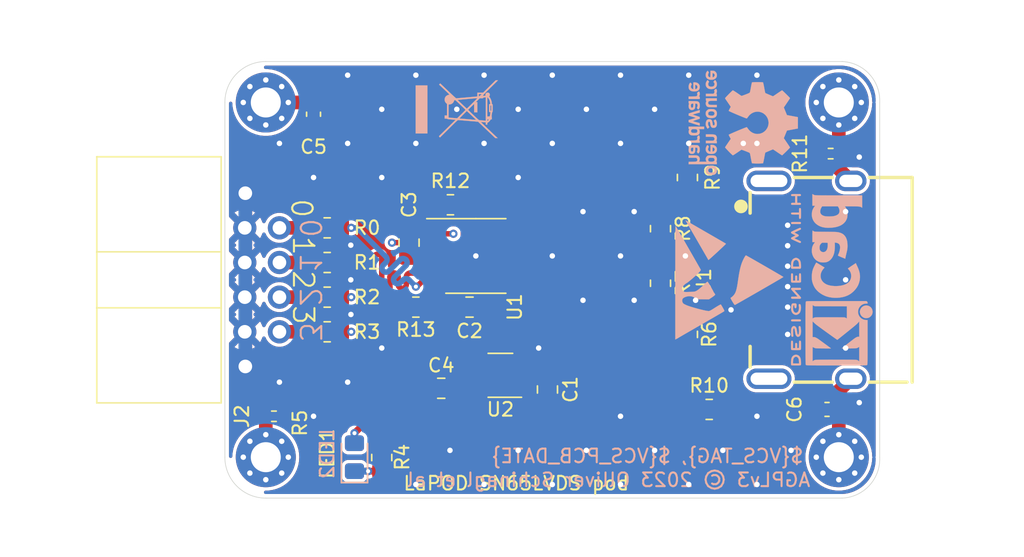
<source format=kicad_pcb>
(kicad_pcb (version 20221018) (generator pcbnew)
  (title_block (title "LaPOD SN65LVDS pod") (company "Sergey Petrukhin, Peter Lampe, Nikki Smith & Olliver Schinagl") (comment 1 "AGPLv3 © 2023 Olliver Schinagl et al"))
  (layers (0 "F.Cu" signal) (1 "In1.Cu" signal) (2 "In2.Cu" signal) (31 "B.Cu" signal) (34 "B.Paste" user) (35 "F.Paste" user) (36 "B.SilkS" user "B.Silkscreen") (37 "F.SilkS" user "F.Silkscreen") (38 "B.Mask" user) (39 "F.Mask" user) (44 "Edge.Cuts" user))
  (net 0 "")
  (net 1 "Earth")
  (net 2 "+2V5")
  (net 3 "-2V5")
  (net 4 "+3V3")
  (net 6 "Net-(LED1-K)")
  (net 7 "Net-(J2-Pin_1)")
  (net 8 "Net-(J2-Pin_3)")
  (net 9 "Net-(J2-Pin_5)")
  (net 10 "Net-(J2-Pin_7)")
  (net 11 "IN0")
  (net 12 "IN1")
  (net 13 "IN2")
  (net 14 "IN3")
  (net 15 "OUT0-")
  (net 16 "OUT0+")
  (net 17 "OUT1-")
  (net 18 "OUT1+")
  (net 19 "OUT2-")
  (net 20 "OUT2+")
  (net 21 "OUT3-")
  (net 22 "OUT3+")
  (net 23 "+4V")
  (net 25 "GND")
  (net 26 "Net-(J1-HPD)")
  (net 27 "Net-(U1-EN1,2)")
  (net 28 "Net-(U1-EN3,4)")
  (footprint "Resistor_SMD:R_0402_1005Metric_Pad0.72x0.64mm_HandSolder" (layer "F.Cu") (at 84.5975 70 180)
    (fp_text reference "R5")
    (fp_text value "300 Ω" hide)
  )
  (footprint "Resistor_SMD:R_0805_2012Metric_Pad1.20x1.40mm_HandSolder" (layer "F.Cu") (at 116.5 69.5)
    (fp_text reference "R10")
    (fp_text value "1 kΩ" hide)
  )
  (footprint "Capacitor_SMD:C_0805_2012Metric_Pad1.18x1.45mm_HandSolder" (layer "F.Cu") (at 98.933946 62)
    (fp_text reference "C2")
    (fp_text value "100 nF" hide)
  )
  (footprint "MountingHole:MountingHole_2.2mm_M2_Pad_Via" (layer "F.Cu") (at 126 73 -90)
    (fp_text reference "H2" hide)
    (fp_text value "MountingHole_Pad" hide)
  )
  (footprint "Resistor_SMD:R_0805_2012Metric_Pad1.20x1.40mm_HandSolder" (layer "F.Cu") (at 92.5 73.025 90)
    (fp_text reference "R4")
    (fp_text value "1 kΩ" hide)
  )
  (footprint "Resistor_SMD:R_0805_2012Metric_Pad1.20x1.40mm_HandSolder" (layer "F.Cu") (at 88.5 61.27 180)
    (fp_text reference "R2")
    (fp_text value "100 Ω" hide)
  )
  (footprint "Resistor_SMD:R_0805_2012Metric_Pad1.20x1.40mm_HandSolder" (layer "F.Cu") (at 88.5 58.73 180)
    (fp_text reference "R1")
    (fp_text value "100 Ω" hide)
  )
  (footprint "Capacitor_SMD:C_0603_1608Metric_Pad1.08x0.95mm_HandSolder" (layer "F.Cu") (at 87.5 47.8625 90)
    (fp_text reference "C5")
    (fp_text value "100 nF" hide)
  )
  (footprint "Capacitor_SMD:C_0805_2012Metric_Pad1.18x1.45mm_HandSolder" (layer "F.Cu") (at 94.5 57.275 90)
    (fp_text reference "C3")
    (fp_text value "10 nF" hide)
  )
  (footprint "Resistor_SMD:R_0805_2012Metric_Pad1.20x1.40mm_HandSolder" (layer "F.Cu") (at 88.5 63.81 180)
    (fp_text reference "R3")
    (fp_text value "100 Ω" hide)
  )
  (footprint "Resistor_SMD:R_0805_2012Metric_Pad1.20x1.40mm_HandSolder" (layer "F.Cu") (at 97.533946 54.5 180)
    (fp_text reference "R12")
    (fp_text value "1 kΩ" hide)
  )
  (footprint "Resistor_SMD:R_0805_2012Metric_Pad1.20x1.40mm_HandSolder" (layer "F.Cu") (at 112.930846 56.25 90)
    (fp_text reference "R8")
    (fp_text value "100 Ω" hide)
  )
  (footprint "Capacitor_SMD:C_0603_1608Metric_Pad1.08x0.95mm_HandSolder" (layer "F.Cu") (at 125.1375 69.5)
    (fp_text reference "C6")
    (fp_text value "100 nF" hide)
  )
  (footprint "MountingHole:MountingHole_2.2mm_M2_Pad_Via" (layer "F.Cu") (at 84 73 -90)
    (fp_text reference "H4" hide)
    (fp_text value "MountingHole_Pad" hide)
  )
  (footprint "Resistor_SMD:R_0805_2012Metric_Pad1.20x1.40mm_HandSolder" (layer "F.Cu") (at 112.930846 60.25 90)
    (fp_text reference "R7")
    (fp_text value "100 Ω" hide)
  )
  (footprint "Capacitor_SMD:C_0805_2012Metric_Pad1.18x1.45mm_HandSolder" (layer "F.Cu") (at 96.858946 67.95)
    (fp_text reference "C4")
    (fp_text value "1 μF" hide)
  )
  (footprint "Resistor_SMD:R_0805_2012Metric_Pad1.20x1.40mm_HandSolder" (layer "F.Cu") (at 95 62 180)
    (fp_text reference "R13")
    (fp_text value "1 kΩ" hide)
  )
  (footprint "LCSC:HDMI-SMD_HDMI-19PIN-043" (layer "F.Cu") (at 123.5 60 90)
    (fp_text reference "J1")
    (fp_text value "HDMI_A")
  )
  (footprint "Resistor_SMD:R_0805_2012Metric_Pad1.20x1.40mm_HandSolder" (layer "F.Cu") (at 114.904846 64 90)
    (fp_text reference "R6")
    (fp_text value "100 Ω" hide)
  )
  (footprint "Resistor_SMD:R_0805_2012Metric_Pad1.20x1.40mm_HandSolder" (layer "F.Cu") (at 114.904846 52.5 90)
    (fp_text reference "R9")
    (fp_text value "100 Ω" hide)
  )
  (footprint "Package_SO:TSSOP-16_4.4x5mm_P0.65mm" (layer "F.Cu") (at 99.396446 58.25)
    (fp_text reference "U1")
    (fp_text value "SN65LVDS391PWR")
  )
  (footprint "LED_SMD:LED_0805_2012Metric_Pad1.15x1.40mm_HandSolder" (layer "F.Cu") (at 90.5 73 90)
    (fp_text reference "LED1")
    (fp_text value "Red")
  )
  (footprint "MountingHole:MountingHole_2.2mm_M2_Pad_Via" (layer "F.Cu") (at 84 47 -90)
    (fp_text reference "H3" hide)
    (fp_text value "MountingHole_Pad" hide)
  )
  (footprint "Package_TO_SOT_SMD:SOT-23-5_HandSoldering" (layer "F.Cu") (at 101.196446 67 180)
    (fp_text reference "U2")
    (fp_text value "TLV74325PDBVR")
  )
  (footprint "Resistor_SMD:R_0805_2012Metric_Pad1.20x1.40mm_HandSolder" (layer "F.Cu") (at 88.5 56.19 180)
    (fp_text reference "R0")
    (fp_text value "100 Ω" hide)
  )
  (footprint "MountingHole:MountingHole_2.2mm_M2_Pad_Via" (layer "F.Cu") (at 126 47 -90)
    (fp_text reference "H1" hide)
    (fp_text value "MountingHole_Pad" hide)
  )
  (footprint "Capacitor_SMD:C_0805_2012Metric_Pad1.18x1.45mm_HandSolder" (layer "F.Cu") (at 104.646446 68.0375 -90)
    (fp_text reference "C1")
    (fp_text value "1 μF" hide)
  )
  (footprint "Resistor_SMD:R_0402_1005Metric_Pad0.72x0.64mm_HandSolder" (layer "F.Cu") (at 125.4025 50.75)
    (fp_text reference "R11")
    (fp_text value "300 Ω" hide)
  )
  (footprint "Connector_IDC:IDC-Header_2x04_P2.54mm_Horizontal" (layer "F.Cu") (at 85 63.81 180)
    (fp_text reference "J2")
    (fp_text value "Conn_02x04_Odd_Even")
  )
  (footprint "LED_SMD:LED_0805_2012Metric_Pad1.15x1.40mm_HandSolder" (layer "B.Cu") (at 90.5 73 90)
    (fp_text reference "LED2")
    (fp_text value "Red")
  )
  (footprint "Symbol:ESD-Logo_8.9x8mm_SilkScreen" (layer "B.Cu") (at 118 60 90)
    (fp_text reference "LG1" hide)
    (fp_text value "ESD-Logo_8.9x8mm_SilkScreen" hide)
  )
  (footprint "Symbol:WEEE-Logo_4.2x6mm_SilkScreen" (layer "B.Cu") (at 98 47.5 90)
    (fp_text reference "LG4" hide)
    (fp_text value "WEEE-Logo_4.2x6mm_SilkScreen" hide)
  )
  (footprint "Symbol:OSHW-Logo_7.5x8mm_SilkScreen" (layer "B.Cu") (at 119 48.5 90)
    (fp_text reference "LG3" hide)
    (fp_text value "OSHW-Logo_7.5x8mm_SilkScreen" hide)
  )
  (footprint "Symbol:KiCad-Logo2_5mm_SilkScreen" (layer "B.Cu") (at 125.5 60 90)
    (fp_text reference "LG2" hide)
    (fp_text value "KiCad-Logo2_5mm_SilkScreen" hide)
  )
  (gr_line (start 129 47) (end 129 73) (stroke (width 0.05)) (layer "Edge.Cuts"))
  (gr_arc (start 81 47) (mid 81.878679 44.878679) (end 84 44) (stroke (width 0.05)) (layer "Edge.Cuts"))
  (gr_line (start 126.25 76) (end 84 76) (stroke (width 0.05)) (layer "Edge.Cuts"))
  (gr_line (start 81 47) (end 81 73) (stroke (width 0.05)) (layer "Edge.Cuts"))
  (gr_arc (start 126.25 44) (mid 128.246317 44.930457) (end 129 47) (stroke (width 0.05)) (layer "Edge.Cuts"))
  (gr_arc (start 84 76) (mid 81.878677 75.121322) (end 81 73) (stroke (width 0.05)) (layer "Edge.Cuts"))
  (gr_arc (start 129 73) (mid 128.246319 75.069543) (end 126.25 76) (stroke (width 0.05)) (layer "Edge.Cuts"))
  (gr_line (start 84 44) (end 126.25 44) (stroke (width 0.05)) (layer "Edge.Cuts"))
  (gr_text "${COMMENT1}" (at 124 75.25) (layer "B.SilkS") (effects (font (size 1 1)) (justify left bottom mirror)))
  (gr_text "${VCS_TAG}, ${VCS_PCB_DATE}" (at 123.5 73.5) (layer "B.SilkS") (effects (font (size 1 1)) (justify left bottom mirror)))
  (gr_text "${TITLE}" (at 94 75.5) (layer "F.SilkS") (effects (font (size 1 1)) (justify left bottom)))
  (segment (start 84 73) (end 84 70) (width 1) (layer "F.Cu") (net 1))
  (segment (start 126 46) (end 126 51.87) (width 1) (layer "F.Cu") (net 1))
  (segment (start 126 51.87) (end 126.88 52.75) (width 1) (layer "F.Cu") (net 1))
  (segment (start 84 47) (end 87.5 47) (width 1) (layer "F.Cu") (net 1))
  (segment (start 126 68.13) (end 126 73) (width 1) (layer "F.Cu") (net 1))
  (segment (start 126 68.13) (end 126.88 67.25) (width 1) (layer "F.Cu") (net 1))
  (segment (start 117.5 69.5) (end 117.5 67.756396) (width 0.25) (layer "F.Cu") (net 3))
  (segment (start 121.77962 62.75) (end 121.52962 62.5) (width 0.25) (layer "F.Cu") (net 3))
  (segment (start 122.5 62.75) (end 121.77962 62.75) (width 0.25) (layer "F.Cu") (net 3))
  (segment (start 122.5 65.5) (end 123.25 64.75) (width 0.25) (layer "F.Cu") (net 3))
  (segment (start 117.5 67.756396) (end 119.756396 65.5) (width 0.25) (layer "F.Cu") (net 3))
  (segment (start 123.25 64.75) (end 123.25 63.5) (width 0.25) (layer "F.Cu") (net 3))
  (segment (start 121.52962 62.5) (end 120.12 62.5) (width 0.25) (layer "F.Cu") (net 3))
  (segment (start 119.756396 65.5) (end 122.5 65.5) (width 0.25) (layer "F.Cu") (net 3))
  (segment (start 123.25 63.5) (end 122.5 62.75) (width 0.25) (layer "F.Cu") (net 3))
  (segment (start 96.533946 57.925) (end 97.821446 57.925) (width 0.4) (layer "F.Cu") (net 4))
  (segment (start 98.533946 54.5) (end 98.533946 57.129571) (width 0.5) (layer "F.Cu") (net 4))
  (segment (start 97.896446 57.767071) (end 97.896446 62) (width 0.5) (layer "F.Cu") (net 4))
  (segment (start 94.8875 57.925) (end 94.5 58.3125) (width 0.4) (layer "F.Cu") (net 4))
  (segment (start 99.846446 67.95) (end 97.896446 67.95) (width 0.5) (layer "F.Cu") (net 4))
  (segment (start 96.533946 57.925) (end 94.8875 57.925) (width 0.4) (layer "F.Cu") (net 4))
  (segment (start 98.533946 57.129571) (end 97.896446 57.767071) (width 0.5) (layer "F.Cu") (net 4))
  (segment (start 97.896446 67.95) (end 97.896446 62) (width 0.5) (layer "F.Cu") (net 4))
  (segment (start 91.5 74.025) (end 92.5 74.025) (width 0.5) (layer "F.Cu") (net 6))
  (segment (start 90.5 74.025) (end 91.5 74.025) (width 0.5) (layer "F.Cu") (net 6))
  (via (at 91.5 74.025) (size 0.6) (drill 0.3) (layers "F.Cu" "B.Cu") (net 6))
  (segment (start 91.5 74.025) (end 90.5 74.025) (width 0.5) (layer "B.Cu") (net 6))
  (segment (start 85 63.81) (end 87.5 63.81) (width 1) (layer "F.Cu") (net 7))
  (segment (start 87.5 61.27) (end 85 61.27) (width 1) (layer "F.Cu") (net 8))
  (segment (start 85 58.73) (end 87.5 58.73) (width 1) (layer "F.Cu") (net 9))
  (segment (start 85 56.19) (end 87.5 56.19) (width 1) (layer "F.Cu") (net 10))
  (segment (start 96.533946 59.875) (end 95.698528 59.875) (width 0.4) (layer "F.Cu") (net 11))
  (segment (start 89.5 56.19) (end 90.262 56.19) (width 0.4) (layer "F.Cu") (net 11))
  (segment (start 95.698528 59.875) (end 95.073528 60.5) (width 0.4) (layer "F.Cu") (net 11))
  (segment (start 95.073528 60.5) (end 95 60.5) (width 0.4) (layer "F.Cu") (net 11))
  (via (at 95 60.5) (size 0.6) (drill 0.3) (layers "F.Cu" "B.Cu") (net 11))
  (via (at 90.262 56.19) (size 0.6) (drill 0.3) (layers "F.Cu" "B.Cu") (net 11))
  (segment (start 94.075735 59.999999) (end 94.075734 59.999999) (width 0.4) (layer "B.Cu") (net 11))
  (segment (start 94.275608 58.527331) (end 94.275606 58.527329) (width 0.4) (layer "B.Cu") (net 11))
  (segment (start 92.802939 58.302939) (end 90.69 56.19) (width 0.4) (layer "B.Cu") (net 11))
  (segment (start 93.439335 58.939335) (end 93.027361 59.351308) (width 0.4) (layer "B.Cu") (net 11))
  (segment (start 93.863602 59.363602) (end 94.275608 58.951595) (width 0.4) (layer "B.Cu") (net 11))
  (segment (start 93.45162 59.775582) (end 93.651467 59.575732) (width 0.4) (layer "B.Cu") (net 11))
  (segment (start 95 60.5) (end 94.5 60) (width 0.4) (layer "B.Cu") (net 11))
  (segment (start 93.863599 59.3636) (end 93.863602 59.363602) (width 0.4) (layer "B.Cu") (net 11))
  (segment (start 92.603096 58.927043) (end 92.802938 58.727202) (width 0.4) (layer "B.Cu") (net 11))
  (segment (start 93.851342 58.527329) (end 93.439335 58.939335) (width 0.4) (layer "B.Cu") (net 11))
  (segment (start 94.075734 59.999999) (end 93.875886 60.199848) (width 0.4) (layer "B.Cu") (net 11))
  (segment (start 90.69 56.19) (end 90.262 56.19) (width 0.4) (layer "B.Cu") (net 11))
  (segment (start 92.802938 58.302938) (end 92.802939 58.302939) (width 0.4) (layer "B.Cu") (net 11))
  (segment (start 93.651467 59.575732) (end 93.863599 59.3636) (width 0.4) (layer "B.Cu") (net 11))
  (segment (start 93.451622 60.199848) (end 93.45162 60.199846) (width 0.4) (layer "B.Cu") (net 11))
  (segment (start 92.603097 59.351308) (end 92.603096 59.351307) (width 0.4) (layer "B.Cu") (net 11))
  (arc (start 94.5 60) (mid 94.287867 59.91213) (end 94.075735 59.999999) (width 0.4) (layer "B.Cu") (net 11))
  (arc (start 94.275606 58.527329) (mid 94.063474 58.439461) (end 93.851342 58.527329) (width 0.4) (layer "B.Cu") (net 11))
  (arc (start 94.275608 58.951595) (mid 94.363476 58.739463) (end 94.275608 58.527331) (width 0.4) (layer "B.Cu") (net 11))
  (arc (start 93.027361 59.351308) (mid 92.815229 59.439176) (end 92.603097 59.351308) (width 0.4) (layer "B.Cu") (net 11))
  (arc (start 93.875886 60.199848) (mid 93.663754 60.287716) (end 93.451622 60.199848) (width 0.4) (layer "B.Cu") (net 11))
  (arc (start 92.603096 59.351307) (mid 92.515228 59.139175) (end 92.603096 58.927043) (width 0.4) (layer "B.Cu") (net 11))
  (arc (start 92.802938 58.727202) (mid 92.890806 58.51507) (end 92.802938 58.302938) (width 0.4) (layer "B.Cu") (net 11))
  (arc (start 93.45162 60.199846) (mid 93.363752 59.987714) (end 93.45162 59.775582) (width 0.4) (layer "B.Cu") (net 11))
  (segment (start 93.1 60.576504) (end 93.1 59.8) (width 0.4) (layer "F.Cu") (net 12))
  (segment (start 91.9 60.576504) (end 91.9 59.8) (width 0.4) (layer "F.Cu") (net 12))
  (segment (start 91.3 59.8) (end 91.3 60.576504) (width 0.4) (layer "F.Cu") (net 12))
  (segment (start 93.7 59.8) (end 93.7 60.326515) (width 0.4) (layer "F.Cu") (net 12))
  (segment (start 91.9 59.8) (end 91.9 58.423496) (width 0.4) (layer "F.Cu") (net 12))
  (segment (start 94.3 60.326515) (end 94.3 59.8) (width 0.4) (layer "F.Cu") (net 12))
  (segment (start 95.051166 59.5) (end 95.326166 59.225) (width 0.4) (layer "F.Cu") (net 12))
  (segment (start 94.6 59.5) (end 94.785619 59.5) (width 0.4) (layer "F.Cu") (net 12))
  (segment (start 95.326166 59.225) (end 96.533946 59.225) (width 0.4) (layer "F.Cu") (net 12))
  (segment (start 92.5 58.423496) (end 92.5 59.5) (width 0.4) (layer "F.Cu") (net 12))
  (segment (start 89.5 58.73) (end 90.23 58.73) (width 0.4) (layer "F.Cu") (net 12))
  (segment (start 90.23 58.73) (end 91 59.5) (width 0.4) (layer "F.Cu") (net 12))
  (segment (start 92.5 59.5) (end 92.5 60.576504) (width 0.4) (layer "F.Cu") (net 12))
  (segment (start 94.785619 59.5) (end 95.051166 59.5) (width 0.4) (layer "F.Cu") (net 12))
  (arc (start 93.7 60.326515) (mid 93.787868 60.538647) (end 94 60.626515) (width 0.4) (layer "F.Cu") (net 12))
  (arc (start 94.3 59.8) (mid 94.387868 59.587868) (end 94.6 59.5) (width 0.4) (layer "F.Cu") (net 12))
  (arc (start 92.8 60.876504) (mid 93.012132 60.788636) (end 93.1 60.576504) (width 0.4) (layer "F.Cu") (net 12))
  (arc (start 92.2 58.123496) (mid 92.412132 58.211364) (end 92.5 58.423496) (width 0.4) (layer "F.Cu") (net 12))
  (arc (start 91.3 60.576504) (mid 91.387868 60.788636) (end 91.6 60.876504) (width 0.4) (layer "F.Cu") (net 12))
  (arc (start 94 60.626515) (mid 94.212132 60.538647) (end 94.3 60.326515) (width 0.4) (layer "F.Cu") (net 12))
  (arc (start 91 59.5) (mid 91.212132 59.587868) (end 91.3 59.8) (width 0.4) (layer "F.Cu") (net 12))
  (arc (start 93.1 59.8) (mid 93.187868 59.587868) (end 93.4 59.5) (width 0.4) (layer "F.Cu") (net 12))
  (arc (start 93.4 59.5) (mid 93.612132 59.587868) (end 93.7 59.8) (width 0.4) (layer "F.Cu") (net 12))
  (arc (start 91.9 58.423496) (mid 91.987868 58.211364) (end 92.2 58.123496) (width 0.4) (layer "F.Cu") (net 12))
  (arc (start 92.5 60.576504) (mid 92.587868 60.788636) (end 92.8 60.876504) (width 0.4) (layer "F.Cu") (net 12))
  (arc (start 91.6 60.876504) (mid 91.812132 60.788636) (end 91.9 60.576504) (width 0.4) (layer "F.Cu") (net 12))
  (segment (start 89.5 61.27) (end 90.262 61.27) (width 0.4) (layer "F.Cu") (net 13))
  (segment (start 96.533946 57.275) (end 93.25 57.275) (width 0.4) (layer "F.Cu") (net 13))
  (via (at 93.25 57.275) (size 0.6) (drill 0.3) (layers "F.Cu" "B.Cu") (net 13))
  (via (at 90.262 61.27) (size 0.6) (drill 0.3) (layers "F.Cu" "B.Cu") (net 13))
  (segment (start 97.75 56.625) (end 96.533946 56.625) (width 0.4) (layer "F.Cu") (net 14))
  (segment (start 89.5 63.81) (end 90.262 63.81) (width 0.4) (layer "F.Cu") (net 14))
  (via (at 97.75 56.625) (size 0.6) (drill 0.3) (layers "F.Cu" "B.Cu") (net 14))
  (via (at 90.262 63.81) (size 0.6) (drill 0.3) (layers "F.Cu" "B.Cu") (net 14))
  (segment (start 103.742892 60.45) (end 103.440197 60.45) (width 0.25) (layer "F.Cu") (net 15))
  (segment (start 103.440197 60.45) (end 103.365197 60.525) (width 0.25) (layer "F.Cu") (net 15))
  (segment (start 114.154846 64.25) (end 107.542892 64.25) (width 0.25) (layer "F.Cu") (net 15))
  (segment (start 117.9072 60.75) (end 118.25 60.75) (width 0.25) (layer "F.Cu") (net 15))
  (segment (start 115.654846 64.25) (end 116.186 64.25) (width 0.25) (layer "F.Cu") (net 15))
  (segment (start 118.5 61) (end 120.12 61) (width 0.25) (layer "F.Cu") (net 15))
  (segment (start 118.25 60.75) (end 118.5 61) (width 0.25) (layer "F.Cu") (net 15))
  (segment (start 107.542892 64.25) (end 103.742892 60.45) (width 0.25) (layer "F.Cu") (net 15))
  (segment (start 116.186 64.25) (end 117.254846 63.181154) (width 0.25) (layer "F.Cu") (net 15))
  (segment (start 117.254846 61.402354) (end 117.9072 60.75) (width 0.25) (layer "F.Cu") (net 15))
  (segment (start 103.365197 60.525) (end 102.258946 60.525) (width 0.25) (layer "F.Cu") (net 15))
  (segment (start 114.904846 65) (end 114.154846 64.25) (width 0.25) (layer "F.Cu") (net 15))
  (segment (start 117.254846 63.181154) (end 117.254846 61.402354) (width 0.25) (layer "F.Cu") (net 15))
  (segment (start 114.904846 65) (end 115.654846 64.25) (width 0.25) (layer "F.Cu") (net 15))
  (segment (start 113.25 63.75) (end 107.75 63.75) (width 0.25) (layer "F.Cu") (net 16))
  (segment (start 115.979 63.75) (end 116.754846 62.974154) (width 0.25) (layer "F.Cu") (net 16))
  (segment (start 117.700092 60.25) (end 118.25 60.25) (width 0.25) (layer "F.Cu") (net 16))
  (segment (start 116.754846 62.974154) (end 116.754846 61.195246) (width 0.25) (layer "F.Cu") (net 16))
  (segment (start 103.95 59.95) (end 103.440197 59.95) (width 0.25) (layer "F.Cu") (net 16))
  (segment (start 115.654846 63.75) (end 115.979 63.75) (width 0.25) (layer "F.Cu") (net 16))
  (segment (start 114.154846 63.75) (end 113.25 63.75) (width 0.25) (layer "F.Cu") (net 16))
  (segment (start 118.5 60) (end 120.12 60) (width 0.25) (layer "F.Cu") (net 16))
  (segment (start 114.904846 63) (end 115.654846 63.75) (width 0.25) (layer "F.Cu") (net 16))
  (segment (start 114.904846 63) (end 114.154846 63.75) (width 0.25) (layer "F.Cu") (net 16))
  (segment (start 107.75 63.75) (end 103.95 59.95) (width 0.25) (layer "F.Cu") (net 16))
  (segment (start 118.25 60.25) (end 118.5 60) (width 0.25) (layer "F.Cu") (net 16))
  (segment (start 103.365197 59.875) (end 102.258946 59.875) (width 0.25) (layer "F.Cu") (net 16))
  (segment (start 116.754846 61.195246) (end 117.700092 60.25) (width 0.25) (layer "F.Cu") (net 16))
  (segment (start 103.440197 59.95) (end 103.365197 59.875) (width 0.25) (layer "F.Cu") (net 16))
  (segment (start 103.365197 59.225) (end 103.440197 59.15) (width 0.25) (layer "F.Cu") (net 17))
  (segment (start 118.5 59.5) (end 118.25 59.25) (width 0.25) (layer "F.Cu") (net 17))
  (segment (start 108.325 60.725) (end 108.325 61.677147) (width 0.25) (layer "F.Cu") (net 17))
  (segment (start 110.75 60.5) (end 112.180846 60.5) (width 0.25) (layer "F.Cu") (net 17))
  (segment (start 103.440197 59.15) (end 103.942892 59.15) (width 0.25) (layer "F.Cu") (net 17))
  (segment (start 113.680846 60.5) (end 112.930846 61.25) (width 0.25) (layer "F.Cu") (net 17))
  (segment (start 102.258946 59.225) (end 103.365197 59.225) (width 0.25) (layer "F.Cu") (net 17))
  (segment (start 116.2584 59.25) (end 115.0084 60.5) (width 0.25) (layer "F.Cu") (net 17))
  (segment (start 112.180846 60.5) (end 112.930846 61.25) (width 0.25) (layer "F.Cu") (net 17))
  (segment (start 110 60.5) (end 110.75 60.5) (width 0.25) (layer "F.Cu") (net 17))
  (segment (start 103.942892 59.15) (end 105.292892 60.5) (width 0.25) (layer "F.Cu") (net 17))
  (segment (start 105.292892 60.5) (end 108.1 60.5) (width 0.25) (layer "F.Cu") (net 17))
  (segment (start 120.12 59.5) (end 118.5 59.5) (width 0.25) (layer "F.Cu") (net 17))
  (segment (start 118.25 59.25) (end 116.2584 59.25) (width 0.25) (layer "F.Cu") (net 17))
  (segment (start 115.0084 60.5) (end 113.680846 60.5) (width 0.25) (layer "F.Cu") (net 17))
  (segment (start 109.775 61.677147) (end 109.775 60.725) (width 0.25) (layer "F.Cu") (net 17))
  (arc (start 108.325 61.677147) (mid 108.537348 62.189799) (end 109.05 62.402147) (width 0.25) (layer "F.Cu") (net 17))
  (arc (start 108.1 60.5) (mid 108.259099 60.565901) (end 108.325 60.725) (width 0.25) (layer "F.Cu") (net 17))
  (arc (start 109.775 60.725) (mid 109.840901 60.565901) (end 110 60.5) (width 0.25) (layer "F.Cu") (net 17))
  (arc (start 109.05 62.402147) (mid 109.562652 62.189799) (end 109.775 61.677147) (width 0.25) (layer "F.Cu") (net 17))
  (segment (start 103.365197 58.575) (end 103.440197 58.65) (width 0.25) (layer "F.Cu") (net 18))
  (segment (start 110.75 60) (end 112.180846 60) (width 0.25) (layer "F.Cu") (net 18))
  (segment (start 114.801292 60) (end 113.680846 60) (width 0.25) (layer "F.Cu") (net 18))
  (segment (start 118.25 58.75) (end 116.051292 58.75) (width 0.25) (layer "F.Cu") (net 18))
  (segment (start 118.5 58.5) (end 118.25 58.75) (width 0.25) (layer "F.Cu") (net 18))
  (segment (start 103.440197 58.65) (end 104.15 58.65) (width 0.25) (layer "F.Cu") (net 18))
  (segment (start 113.680846 60) (end 112.930846 59.25) (width 0.25) (layer "F.Cu") (net 18))
  (segment (start 110 60) (end 110.75 60) (width 0.25) (layer "F.Cu") (net 18))
  (segment (start 104.15 58.65) (end 105.5 60) (width 0.25) (layer "F.Cu") (net 18))
  (segment (start 108.825 60.725) (end 108.825 61.677147) (width 0.25) (layer "F.Cu") (net 18))
  (segment (start 109.275 61.677147) (end 109.275 60.725) (width 0.25) (layer "F.Cu") (net 18))
  (segment (start 116.051292 58.75) (end 114.801292 60) (width 0.25) (layer "F.Cu") (net 18))
  (segment (start 102.258946 58.575) (end 103.365197 58.575) (width 0.25) (layer "F.Cu") (net 18))
  (segment (start 112.180846 60) (end 112.930846 59.25) (width 0.25) (layer "F.Cu") (net 18))
  (segment (start 120.12 58.5) (end 118.5 58.5) (width 0.25) (layer "F.Cu") (net 18))
  (segment (start 105.5 60) (end 108.1 60) (width 0.25) (layer "F.Cu") (net 18))
  (arc (start 108.825 61.677147) (mid 108.890901 61.836246) (end 109.05 61.902147) (width 0.25) (layer "F.Cu") (net 18))
  (arc (start 109.275 60.725) (mid 109.487348 60.212348) (end 110 60) (width 0.25) (layer "F.Cu") (net 18))
  (arc (start 108.1 60) (mid 108.612652 60.212348) (end 108.825 60.725) (width 0.25) (layer "F.Cu") (net 18))
  (arc (start 109.05 61.902147) (mid 109.209099 61.836246) (end 109.275 61.677147) (width 0.25) (layer "F.Cu") (net 18))
  (segment (start 102.258946 57.925) (end 103.365197 57.925) (width 0.25) (layer "F.Cu") (net 19))
  (segment (start 118.5 58) (end 118.25 57.75) (width 0.25) (layer "F.Cu") (net 19))
  (segment (start 104.15 57.85) (end 105.5 56.5) (width 0.25) (layer "F.Cu") (net 19))
  (segment (start 116.051292 57.75) (end 114.801292 56.5) (width 0.25) (layer "F.Cu") (net 19))
  (segment (start 109.275 54.822853) (end 109.275 55.775) (width 0.25) (layer "F.Cu") (net 19))
  (segment (start 110.75 56.5) (end 112.180846 56.5) (width 0.25) (layer "F.Cu") (net 19))
  (segment (start 112.180846 56.5) (end 112.930846 57.25) (width 0.25) (layer "F.Cu") (net 19))
  (segment (start 105.5 56.5) (end 108.1 56.5) (width 0.25) (layer "F.Cu") (net 19))
  (segment (start 114.801292 56.5) (end 113.680846 56.5) (width 0.25) (layer "F.Cu") (net 19))
  (segment (start 116.051292 57.75) (end 118.25 57.75) (width 0.25) (layer "F.Cu") (net 19))
  (segment (start 110 56.5) (end 110.75 56.5) (width 0.25) (layer "F.Cu") (net 19))
  (segment (start 108.825 55.775) (end 108.825 54.822853) (width 0.25) (layer "F.Cu") (net 19))
  (segment (start 103.440197 57.85) (end 104.15 57.85) (width 0.25) (layer "F.Cu") (net 19))
  (segment (start 103.365197 57.925) (end 103.440197 57.85) (width 0.25) (layer "F.Cu") (net 19))
  (segment (start 113.680846 56.5) (end 112.930846 57.25) (width 0.25) (layer "F.Cu") (net 19))
  (segment (start 120.12 58) (end 118.5 58) (width 0.25) (layer "F.Cu") (net 19))
  (arc (start 108.1 56.5) (mid 108.612652 56.287652) (end 108.825 55.775) (width 0.25) (layer "F.Cu") (net 19))
  (arc (start 108.825 54.822853) (mid 108.890901 54.663754) (end 109.05 54.597853) (width 0.25) (layer "F.Cu") (net 19))
  (arc (start 109.275 55.775) (mid 109.487348 56.287652) (end 110 56.5) (width 0.25) (layer "F.Cu") (net 19))
  (arc (start 109.05 54.597853) (mid 109.209099 54.663754) (end 109.275 54.822853) (width 0.25) (layer "F.Cu") (net 19))
  (segment (start 118.5 57) (end 118.25 57.25) (width 0.25) (layer "F.Cu") (net 20))
  (segment (start 103.942892 57.35) (end 103.440197 57.35) (width 0.25) (layer "F.Cu") (net 20))
  (segment (start 116.2584 57.25) (end 115.0084 56) (width 0.25) (layer "F.Cu") (net 20))
  (segment (start 113.680846 56) (end 112.930846 55.25) (width 0.25) (layer "F.Cu") (net 20))
  (segment (start 112.930846 55.25) (end 112.180846 56) (width 0.25) (layer "F.Cu") (net 20))
  (segment (start 108.1 56) (end 107.616078 56) (width 0.25) (layer "F.Cu") (net 20))
  (segment (start 107.616078 56) (end 105.292892 56) (width 0.25) (layer "F.Cu") (net 20))
  (segment (start 118.25 57.25) (end 116.2584 57.25) (width 0.25) (layer "F.Cu") (net 20))
  (segment (start 115.0084 56) (end 113.680846 56) (width 0.25) (layer "F.Cu") (net 20))
  (segment (start 103.440197 57.35) (end 103.365197 57.275) (width 0.25) (layer "F.Cu") (net 20))
  (segment (start 109.775 55.775) (end 109.775 54.822853) (width 0.25) (layer "F.Cu") (net 20))
  (segment (start 105.292892 56) (end 103.942892 57.35) (width 0.25) (layer "F.Cu") (net 20))
  (segment (start 103.365197 57.275) (end 102.258946 57.275) (width 0.25) (layer "F.Cu") (net 20))
  (segment (start 120.12 57) (end 118.5 57) (width 0.25) (layer "F.Cu") (net 20))
  (segment (start 112.180846 56) (end 110 56) (width 0.25) (layer "F.Cu") (net 20))
  (segment (start 108.325 54.822853) (end 108.325 55.775) (width 0.25) (layer "F.Cu") (net 20))
  (arc (start 108.325 55.775) (mid 108.259099 55.934099) (end 108.1 56) (width 0.25) (layer "F.Cu") (net 20))
  (arc (start 109.775 54.822853) (mid 109.562652 54.310201) (end 109.05 54.097853) (width 0.25) (layer "F.Cu") (net 20))
  (arc (start 110 56) (mid 109.840901 55.934099) (end 109.775 55.775) (width 0.25) (layer "F.Cu") (net 20))
  (arc (start 109.05 54.097853) (mid 108.537348 54.310201) (end 108.325 54.822853) (width 0.25) (layer "F.Cu") (net 20))
  (segment (start 117.700092 56.25) (end 118.25 56.25) (width 0.25) (layer "F.Cu") (net 21))
  (segment (start 115.979 52.75) (end 116.754846 53.525846) (width 0.25) (layer "F.Cu") (net 21))
  (segment (start 103.365197 56.625) (end 103.440197 56.55) (width 0.25) (layer "F.Cu") (net 21))
  (segment (start 114.154846 52.75) (end 114.904846 53.5) (width 0.25) (layer "F.Cu") (net 21))
  (segment (start 118.5 56.5) (end 120.12 56.5) (width 0.25) (layer "F.Cu") (net 21))
  (segment (start 116.754846 53.525846) (end 116.754846 55.304754) (width 0.25) (layer "F.Cu") (net 21))
  (segment (start 118.25 56.25) (end 118.5 56.5) (width 0.25) (layer "F.Cu") (net 21))
  (segment (start 102.258946 56.625) (end 103.365197 56.625) (width 0.25) (layer "F.Cu") (net 21))
  (segment (start 115.654846 52.75) (end 115.979 52.75) (width 0.25) (layer "F.Cu") (net 21))
  (segment (start 114.904846 53.5) (end 115.654846 52.75) (width 0.25) (layer "F.Cu") (net 21))
  (segment (start 116.754846 55.304754) (end 117.700092 56.25) (width 0.25) (layer "F.Cu") (net 21))
  (segment (start 103.93812 56.55) (end 107.73812 52.75) (width 0.25) (layer "F.Cu") (net 21))
  (segment (start 103.440197 56.55) (end 103.93812 56.55) (width 0.25) (layer "F.Cu") (net 21))
  (segment (start 107.73812 52.75) (end 114.154846 52.75) (width 0.25) (layer "F.Cu") (net 21))
  (segment (start 118.5 55.5) (end 120.12 55.5) (width 0.25) (layer "F.Cu") (net 22))
  (segment (start 103.440197 56.05) (end 103.365197 55.975) (width 0.25) (layer "F.Cu") (net 22))
  (segment (start 113.21373 52.25) (end 114.154846 52.25) (width 0.25) (layer "F.Cu") (net 22))
  (segment (start 114.904846 51.5) (end 115.654846 52.25) (width 0.25) (layer "F.Cu") (net 22))
  (segment (start 118.25 55.75) (end 118.5 55.5) (width 0.25) (layer "F.Cu") (net 22))
  (segment (start 103.731012 56.05) (end 103.440197 56.05) (width 0.25) (layer "F.Cu") (net 22))
  (segment (start 107.531012 52.25) (end 103.731012 56.05) (width 0.25) (layer "F.Cu") (net 22))
  (segment (start 117.9072 55.75) (end 118.25 55.75) (width 0.25) (layer "F.Cu") (net 22))
  (segment (start 114.154846 52.25) (end 114.904846 51.5) (width 0.25) (layer "F.Cu") (net 22))
  (segment (start 117.254846 53.318846) (end 117.254846 55.097646) (width 0.25) (layer "F.Cu") (net 22))
  (segment (start 117.254846 55.097646) (end 117.9072 55.75) (width 0.25) (layer "F.Cu") (net 22))
  (segment (start 116.186 52.25) (end 117.254846 53.318846) (width 0.25) (layer "F.Cu") (net 22))
  (segment (start 113.21373 52.25) (end 107.531012 52.25) (width 0.25) (layer "F.Cu") (net 22))
  (segment (start 103.365197 55.975) (end 102.258946 55.975) (width 0.25) (layer "F.Cu") (net 22))
  (segment (start 115.654846 52.25) (end 116.186 52.25) (width 0.25) (layer "F.Cu") (net 22))
  (segment (start 92.238867 69.5) (end 100.5 69.5) (width 0.5) (layer "F.Cu") (net 23))
  (segment (start 90.5 71.238867) (end 90.5 71.975) (width 0.5) (layer "F.Cu") (net 23))
  (segment (start 116.004846 67) (end 104.646446 67) (width 1) (layer "F.Cu") (net 23))
  (segment (start 118.25 65.002423) (end 118.25 64.35) (width 0.5) (layer "F.Cu") (net 23))
  (segment (start 102.546446 66.05) (end 103.696446 66.05) (width 0.5) (layer "F.Cu") (net 23))
  (segment (start 116.004846 67) (end 115.75 67) (width 1) (layer "F.Cu") (net 23))
  (segment (start 118 65.004846) (end 116.004846 67) (width 1) (layer "F.Cu") (net 23))
  (segment (start 90.5 71.238867) (end 92.238867 69.5) (width 0.5) (layer "F.Cu") (net 23))
  (segment (start 102.546446 67.95) (end 103.696446 67.95) (width 0.5) (layer "F.Cu") (net 23))
  (segment (start 115.75 66.75) (end 118.2 64.3) (width 0.5) (layer "F.Cu") (net 23))
  (segment (start 103.696446 66.05) (end 104.646446 67) (width 0.5) (layer "F.Cu") (net 23))
  (segment (start 118.2 64.3) (end 118.5 64) (width 0.5) (layer "F.Cu") (net 23))
  (segment (start 100.5 69.5) (end 102.05 67.95) (width 0.5) (layer "F.Cu") (net 23))
  (segment (start 118.5 64) (end 120.12 64) (width 0.3) (layer "F.Cu") (net 23))
  (segment (start 102.546446 67.95) (end 102.196446 67.95) (width 0.5) (layer "F.Cu") (net 23))
  (segment (start 103.696446 67.95) (end 104.646446 67) (width 0.5) (layer "F.Cu") (net 23))
  (via (at 90.5 71.238867) (size 0.6) (drill 0.3) (layers "F.Cu" "B.Cu") (net 23))
  (segment (start 90.5 71.238867) (end 90.5 71.975) (width 0.5) (layer "B.Cu") (net 23))
  (segment (start 120.12 59) (end 122.25 59) (width 0.3) (layer "F.Cu") (net 25))
  (segment (start 120.12 62) (end 122.25 62) (width 0.25) (layer "F.Cu") (net 25))
  (segment (start 120.12 57.5) (end 122.25 57.5) (width 0.3) (layer "F.Cu") (net 25))
  (segment (start 120.12 60.5) (end 122.25 60.5) (width 0.3) (layer "F.Cu") (net 25))
  (segment (start 121.75 63.5) (end 120.12 63.5) (width 0.3) (layer "F.Cu") (net 25))
  (segment (start 120.12 56) (end 122.25 56) (width 0.3) (layer "F.Cu") (net 25))
  (segment (start 122.25 64) (end 121.75 63.5) (width 0.3) (layer "F.Cu") (net 25))
  (segment (start 82.5 53.65) (end 82.5 66.35) (width 1) (layer "F.Cu") (net 25))
  (via (at 87.5 52.5) (size 0.8) (drill 0.4) (layers "F.Cu" "B.Cu") (net 25))
  (via (at 112.5 47.5) (size 0.8) (drill 0.4) (layers "F.Cu" "B.Cu") (net 25))
  (via (at 85 67.5) (size 0.8) (drill 0.4) (layers "F.Cu" "B.Cu") (net 25))
  (via (at 126.5 60) (size 0.8) (drill 0.4) (layers "F.Cu" "B.Cu") (net 25))
  (via (at 110 70) (size 0.8) (drill 0.4) (layers "F.Cu" "B.Cu") (net 25))
  (via (at 107.25 55) (size 0.8) (drill 0.4) (layers "F.Cu" "B.Cu") (net 25))
  (via (at 95 50) (size 0.8) (drill 0.4) (layers "F.Cu" "B.Cu") (net 25))
  (via (at 114.754846 58.25) (size 0.8) (drill 0.4) (layers "F.Cu" "B.Cu") (net 25))
  (via (at 122.5 72.5) (size 0.8) (drill 0.4) (layers "F.Cu" "B.Cu") (net 25))
  (via (at 100 50) (size 0.8) (drill 0.4) (layers "F.Cu" "B.Cu") (net 25))
  (via (at 90 50) (size 0.8) (drill 0.4) (layers "F.Cu" "B.Cu") (net 25))
  (via (at 85 50) (size 0.8) (drill 0.4) (layers "F.Cu" "B.Cu") (net 25))
  (via (at 110 50) (size 0.8) (drill 0.4) (layers "F.Cu" "B.Cu") (net 25))
  (via (at 119 50) (size 0.8) (drill 0.4) (layers "F.Cu" "B.Cu") (net 25))
  (via (at 115 75) (size 0.8) (drill 0.4) (layers "F.Cu" "B.Cu") (net 25))
  (via (at 82.5 66.35) (size 2) (drill 1) (layers "F.Cu" "B.Cu") (net 25))
  (via (at 105 58.25) (size 0.8) (drill 0.4) (layers "F.Cu" "B.Cu") (net 25))
  (via (at 122.25 62) (size 0.8) (drill 0.4) (layers "F.Cu" "B.Cu") (net 25))
  (via (at 122.25 59) (size 0.8) (drill 0.4) (layers "F.Cu" "B.Cu") (net 25))
  (via (at 105 50) (size 0.8) (drill 0.4) (layers "F.Cu" "B.Cu") (net 25))
  (via (at 97.5 72.5) (size 0.8) (drill 0.4) (layers "F.Cu" "B.Cu") (net 25))
  (via (at 100 75) (size 0.8) (drill 0.4) (layers "F.Cu" "B.Cu") (net 25))
  (via (at 122.25 60.5) (size 0.8) (drill 0.4) (layers "F.Cu" "B.Cu") (net 25))
  (via (at 111 55) (size 0.8) (drill 0.4) (layers "F.Cu" "B.Cu") (net 25))
  (via (at 92.5 65) (size 0.8) (drill 0.4) (layers "F.Cu" "B.Cu") (net 25))
  (via (at 122.25 57.5) (size 0.8) (drill 0.4) (layers "F.Cu" "B.Cu") (net 25))
  (via (at 111 61.5) (size 0.8) (drill 0.4) (layers "F.Cu" "B.Cu") (net 25))
  (via (at 104 65) (size 0.8) (drill 0.4) (layers "F.Cu" "B.Cu") (net 25))
  (via (at 122.25 64) (size 0.8) (drill 0.4) (layers "F.Cu" "B.Cu") (net 25))
  (via (at 95 75) (size 0.8) (drill 0.4) (layers "F.Cu" "B.Cu") (net 25))
  (via (at 90.23 60) (size 0.8) (drill 0.4) (layers "F.Cu" "B.Cu") (net 25))
  (via (at 120 45) (size 0.8) (drill 0.4) (layers "F.Cu" "B.Cu") (net 25))
  (via (at 120 75) (size 0.8) (drill 0.4) (layers "F.Cu" "B.Cu") (net 25))
  (via (at 120 70) (size 0.8) (drill 0.4) (layers "F.Cu" "B.Cu") (net 25))
  (via (at 115.504846 61.5) (size 0.8) (drill 0.4) (layers "F.Cu" "B.Cu") (net 25))
  (via (at 102.5 47.5) (size 0.8) (drill 0.4) (layers "F.Cu" "B.Cu") (net 25))
  (via (at 127.5 51) (size 0.8) (drill 0.4) (layers "F.Cu" "B.Cu") (net 25))
  (via (at 107.5 47.5) (size 0.8) (drill 0.4) (layers "F.Cu" "B.Cu") (net 25))
  (via (at 82.5 53.65) (size 2) (drill 1) (layers "F.Cu" "B.Cu") (net 25))
  (via (at 92.5 47.5) (size 0.8) (drill 0.4) (layers "F.Cu" "B.Cu") (net 25))
  (via (at 110 58.25) (size 0.8) (drill 0.4) (layers "F.Cu" "B.Cu") (net 25))
  (via (at 90.24 62.54) (size 0.8) (drill 0.4) (layers "F.Cu" "B.Cu") (net 25))
  (via (at 102.5 72.5) (size 0.8) (drill 0.4) (layers "F.Cu" "B.Cu") (net 25))
  (via (at 115 50) (size 0.8) (drill 0.4) (layers "F.Cu" "B.Cu") (net 25))
  (via (at 92.5 52.5) (size 0.8) (drill 0.4) (layers "F.Cu" "B.Cu") (net 25))
  (via (at 118.1 62.2) (size 0.8) (drill 0.4) (layers "F.Cu" "B.Cu") (net 25))
  (via (at 90 45) (size 0.8) (drill 0.4) (layers "F.Cu" "B.Cu") (net 25))
  (via (at 105 45) (size 0.8) (drill 0.4) (layers "F.Cu" "B.Cu") (net 25))
  (via (at 87.5 70) (size 0.8) (drill 0.4) (layers "F.Cu" "B.Cu") (net 25))
  (via (at 105 75) (size 0.8) (drill 0.4) (layers "F.Cu" "B.Cu") (net 25))
  (via (at 98 47.5) (size 0.8) (drill 0.4) (layers "F.Cu" "B.Cu") (net 25))
  (via (at 90 67.5) (size 0.8) (drill 0.4) (layers "F.Cu" "B.Cu") (net 25))
  (via (at 90.23 57.46) (size 0.8) (drill 0.4) (layers "F.Cu" "B.Cu") (net 25))
  (via (at 107.25 61.5) (size 0.8) (drill 0.4) (layers "F.Cu" "B.Cu") (net 25))
  (via (at 115 45) (size 0.8) (drill 0.4) (layers "F.Cu" "B.Cu") (net 25))
  (via (at 110 45) (size 0.8) (drill 0.4) (layers "F.Cu" "B.Cu") (net 25))
  (via (at 95 45) (size 0.8) (drill 0.4) (layers "F.Cu" "B.Cu") (net 25))
  (via (at 107.5 72.5) (size 0.8) (drill 0.4) (layers "F.Cu" "B.Cu") (net 25))
  (via (at 99.396446 58.25) (size 0.8) (drill 0.4) (layers "F.Cu" "B.Cu") (net 25))
  (via (at 127.5 69) (size 0.8) (drill 0.4) (layers "F.Cu" "B.Cu") (net 25))
  (via (at 120 50) (size 0.8) (drill 0.4) (layers "F.Cu" "B.Cu") (net 25))
  (via (at 117.5 72.5) (size 0.8) (drill 0.4) (layers "F.Cu" "B.Cu") (net 25))
  (via (at 110 75) (size 0.8) (drill 0.4) (layers "F.Cu" "B.Cu") (net 25))
  (via (at 102.5 52.5) (size 0.8) (drill 0.4) (layers "F.Cu" "B.Cu") (net 25))
  (via (at 122.25 56) (size 0.8) (drill 0.4) (layers "F.Cu" "B.Cu") (net 25))
  (via (at 112.5 72.5) (size 0.8) (drill 0.4) (layers "F.Cu" "B.Cu") (net 25))
  (via (at 126.5 55) (size 0.8) (drill 0.4) (layers "F.Cu" "B.Cu") (net 25))
  (via (at 126.5 65) (size 0.8) (drill 0.4) (layers "F.Cu" "B.Cu") (net 25))
  (via (at 100 45) (size 0.8) (drill 0.4) (layers "F.Cu" "B.Cu") (net 25))
  (segment (start 82.5 66.35) (end 82.5 53.65) (width 1) (layer "B.Cu") (net 25))
  (segment (start 120.12 64.5) (end 115.5 69.12) (width 0.25) (layer "F.Cu") (net 26))
  (segment (start 115.5 69.12) (end 115.5 69.5) (width 0.25) (layer "F.Cu") (net 26))
  (segment (start 96.533946 54.5) (end 96.533946 55.975) (width 0.4) (layer "F.Cu") (net 27))
  (segment (start 96.533946 61.466054) (end 96 62) (width 0.4) (layer "F.Cu") (net 28))
  (segment (start 96.533946 60.525) (end 96.533946 61.466054) (width 0.4) (layer "F.Cu") (net 28))
  (zone (net 25) (net_name "GND") (layers "F.Cu" "In1.Cu" "In2.Cu" "B.Cu") (connect_pads (clearance 0.25)) (min_thickness 0.25) (fill yes (thermal_gap 0.5) (thermal_bridge_width 0.5))
    (polygon (pts (xy 81 44) (xy 129 44) (xy 129 76) (xy 81 76)))
  )
)
</source>
